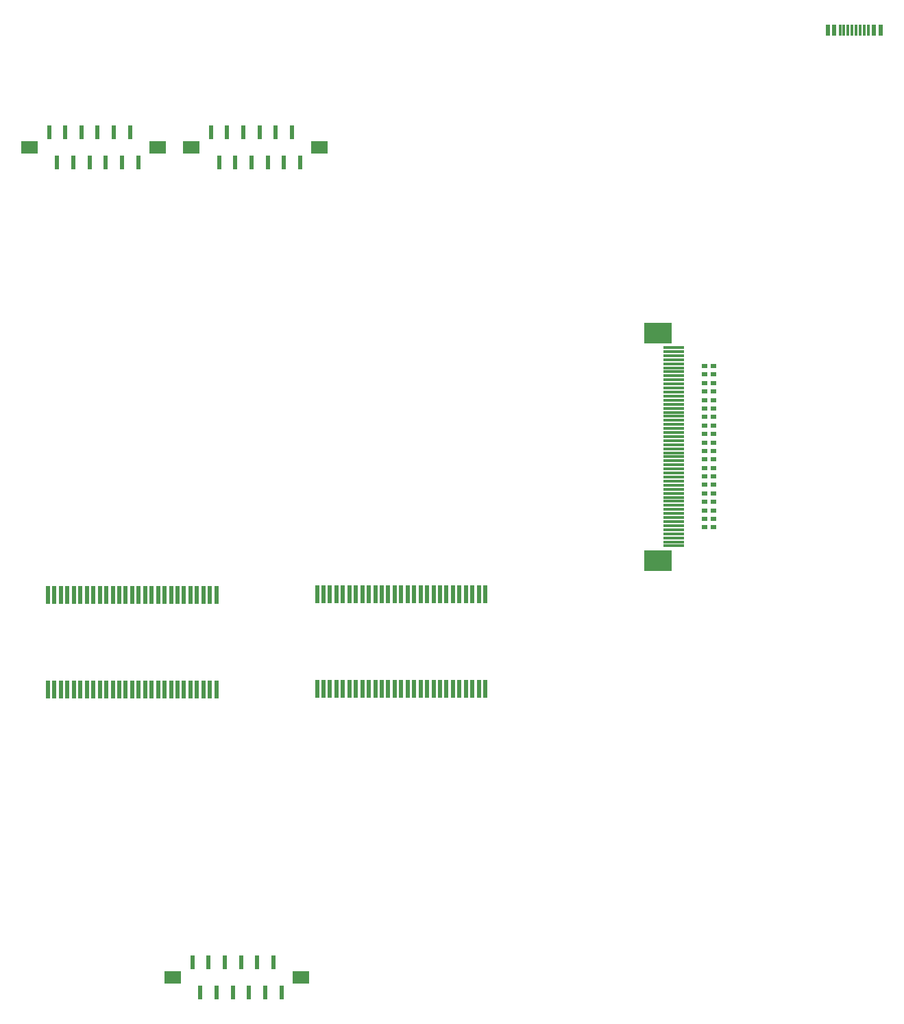
<source format=gbp>
G04*
G04 #@! TF.GenerationSoftware,Altium Limited,Altium Designer,24.2.2 (26)*
G04*
G04 Layer_Color=128*
%FSLAX25Y25*%
%MOIN*%
G70*
G04*
G04 #@! TF.SameCoordinates,5957EE86-81F1-4C7A-B0E9-50F0B43EC399*
G04*
G04*
G04 #@! TF.FilePolarity,Positive*
G04*
G01*
G75*
%ADD26R,0.02953X0.02362*%
%ADD57R,0.02000X0.09000*%
%ADD155R,0.02362X0.05709*%
%ADD156R,0.01181X0.05709*%
%ADD157R,0.07874X0.06299*%
%ADD158R,0.02362X0.06890*%
%ADD159R,0.13780X0.10433*%
%ADD160R,0.10236X0.01181*%
D26*
X1810000Y1134587D02*
D03*
X1814528D02*
D03*
X1810000Y1130456D02*
D03*
X1814528D02*
D03*
X1810000Y1126324D02*
D03*
X1814528D02*
D03*
X1810000Y1122192D02*
D03*
X1814528D02*
D03*
X1810000Y1118061D02*
D03*
X1814528Y1118061D02*
D03*
X1810000Y1113929D02*
D03*
X1814528D02*
D03*
X1810000Y1109798D02*
D03*
X1814528D02*
D03*
X1810000Y1105666D02*
D03*
X1814528Y1105666D02*
D03*
X1810000Y1101535D02*
D03*
X1814528D02*
D03*
X1810000Y1097403D02*
D03*
X1814528Y1097403D02*
D03*
X1810000Y1093272D02*
D03*
X1814528D02*
D03*
X1810000Y1089140D02*
D03*
X1814528D02*
D03*
X1810000Y1085009D02*
D03*
X1814528Y1085009D02*
D03*
X1810000Y1080877D02*
D03*
X1814528Y1080877D02*
D03*
X1810000Y1076745D02*
D03*
X1814528D02*
D03*
X1810000Y1072614D02*
D03*
X1814528D02*
D03*
Y1068482D02*
D03*
X1810000Y1068482D02*
D03*
X1814528Y1064351D02*
D03*
X1810000D02*
D03*
X1814528Y1060219D02*
D03*
X1810000Y1060219D02*
D03*
X1814528Y1056087D02*
D03*
X1810000D02*
D03*
D57*
X1703445Y1023622D02*
D03*
X1700295D02*
D03*
X1697146D02*
D03*
X1693996D02*
D03*
X1690846D02*
D03*
X1687697D02*
D03*
X1684547D02*
D03*
X1681398D02*
D03*
X1678248D02*
D03*
X1675098D02*
D03*
X1671949D02*
D03*
X1668799D02*
D03*
X1665650D02*
D03*
X1662500D02*
D03*
X1659350D02*
D03*
X1656201D02*
D03*
X1653051D02*
D03*
X1649902D02*
D03*
X1646752D02*
D03*
X1643602D02*
D03*
X1640453D02*
D03*
X1637303D02*
D03*
X1634154D02*
D03*
X1631004D02*
D03*
X1627854D02*
D03*
X1624705D02*
D03*
X1621555D02*
D03*
Y977559D02*
D03*
X1624705D02*
D03*
X1627854D02*
D03*
X1631004D02*
D03*
X1634154D02*
D03*
X1637303D02*
D03*
X1640453D02*
D03*
X1643602D02*
D03*
X1646752D02*
D03*
X1649902D02*
D03*
X1653051D02*
D03*
X1656201D02*
D03*
X1659350D02*
D03*
X1662500D02*
D03*
X1665650D02*
D03*
X1668799D02*
D03*
X1671949D02*
D03*
X1675098D02*
D03*
X1678248D02*
D03*
X1681398D02*
D03*
X1684547D02*
D03*
X1687697D02*
D03*
X1690846D02*
D03*
X1693996D02*
D03*
X1697146D02*
D03*
X1700295D02*
D03*
X1703445D02*
D03*
X1572615Y1023209D02*
D03*
X1569465D02*
D03*
X1566316D02*
D03*
X1563166D02*
D03*
X1560016D02*
D03*
X1556867D02*
D03*
X1553717D02*
D03*
X1550568D02*
D03*
X1547418D02*
D03*
X1544268D02*
D03*
X1541119D02*
D03*
X1537969D02*
D03*
X1534820D02*
D03*
X1531670D02*
D03*
X1528520D02*
D03*
X1525371D02*
D03*
X1522221D02*
D03*
X1519072D02*
D03*
X1515922D02*
D03*
X1512772D02*
D03*
X1509623D02*
D03*
X1506473D02*
D03*
X1503324D02*
D03*
X1500174D02*
D03*
X1497024D02*
D03*
X1493875D02*
D03*
X1490725D02*
D03*
Y977146D02*
D03*
X1493875D02*
D03*
X1497024D02*
D03*
X1500174D02*
D03*
X1503324D02*
D03*
X1506473D02*
D03*
X1509623D02*
D03*
X1512772D02*
D03*
X1515922D02*
D03*
X1519072D02*
D03*
X1522221D02*
D03*
X1525371D02*
D03*
X1528520D02*
D03*
X1531670D02*
D03*
X1534820D02*
D03*
X1537969D02*
D03*
X1541119D02*
D03*
X1544268D02*
D03*
X1547418D02*
D03*
X1550568D02*
D03*
X1553717D02*
D03*
X1556867D02*
D03*
X1560016D02*
D03*
X1563166D02*
D03*
X1566316D02*
D03*
X1569465D02*
D03*
X1572615D02*
D03*
D155*
X1869986Y1297840D02*
D03*
X1873135D02*
D03*
X1892427D02*
D03*
X1895576D02*
D03*
D156*
X1881797D02*
D03*
X1879828D02*
D03*
X1877860D02*
D03*
X1875891D02*
D03*
X1883765D02*
D03*
X1885734D02*
D03*
X1887702D02*
D03*
X1889671D02*
D03*
D157*
X1481795Y1241000D02*
D03*
X1544000D02*
D03*
X1622748D02*
D03*
X1560543D02*
D03*
X1613697Y837264D02*
D03*
X1551492D02*
D03*
D158*
X1534551Y1233618D02*
D03*
X1530614Y1248382D02*
D03*
X1526677Y1233618D02*
D03*
X1522740Y1248382D02*
D03*
X1518803Y1233618D02*
D03*
X1514866Y1248382D02*
D03*
X1510929Y1233618D02*
D03*
X1506992Y1248382D02*
D03*
X1503055Y1233618D02*
D03*
X1499118Y1248382D02*
D03*
X1495181Y1233618D02*
D03*
X1491244Y1248382D02*
D03*
X1569992D02*
D03*
X1573929Y1233618D02*
D03*
X1577866Y1248382D02*
D03*
X1581803Y1233618D02*
D03*
X1585740Y1248382D02*
D03*
X1589677Y1233618D02*
D03*
X1593614Y1248382D02*
D03*
X1597551Y1233618D02*
D03*
X1601488Y1248382D02*
D03*
X1605425Y1233618D02*
D03*
X1609362Y1248382D02*
D03*
X1613299Y1233618D02*
D03*
X1560941Y844646D02*
D03*
X1564878Y829882D02*
D03*
X1568815Y844646D02*
D03*
X1572752Y829882D02*
D03*
X1576689Y844646D02*
D03*
X1580626Y829882D02*
D03*
X1584563Y844646D02*
D03*
X1588500Y829882D02*
D03*
X1592437Y844646D02*
D03*
X1596374Y829882D02*
D03*
X1600311Y844646D02*
D03*
X1604248Y829882D02*
D03*
D159*
X1787542Y1150698D02*
D03*
Y1039971D02*
D03*
D160*
X1795000Y1116004D02*
D03*
Y1117972D02*
D03*
Y1119941D02*
D03*
Y1121910D02*
D03*
Y1123878D02*
D03*
Y1125846D02*
D03*
Y1127815D02*
D03*
Y1129784D02*
D03*
Y1131752D02*
D03*
Y1133720D02*
D03*
Y1135689D02*
D03*
Y1137658D02*
D03*
Y1139626D02*
D03*
X1795000Y1141595D02*
D03*
X1795000Y1143563D02*
D03*
Y1047106D02*
D03*
Y1049075D02*
D03*
Y1051043D02*
D03*
Y1053012D02*
D03*
Y1054980D02*
D03*
Y1056949D02*
D03*
Y1058918D02*
D03*
Y1060886D02*
D03*
Y1062854D02*
D03*
Y1064823D02*
D03*
Y1066792D02*
D03*
Y1068760D02*
D03*
Y1070728D02*
D03*
X1795000Y1072697D02*
D03*
Y1074666D02*
D03*
X1795000Y1076634D02*
D03*
Y1078603D02*
D03*
Y1080571D02*
D03*
Y1082539D02*
D03*
Y1084508D02*
D03*
Y1086477D02*
D03*
Y1088445D02*
D03*
Y1090413D02*
D03*
X1795000Y1092382D02*
D03*
Y1094351D02*
D03*
Y1096319D02*
D03*
Y1098287D02*
D03*
Y1100256D02*
D03*
Y1102225D02*
D03*
Y1104193D02*
D03*
X1795000Y1106161D02*
D03*
Y1108130D02*
D03*
Y1110098D02*
D03*
Y1112067D02*
D03*
Y1114036D02*
D03*
M02*

</source>
